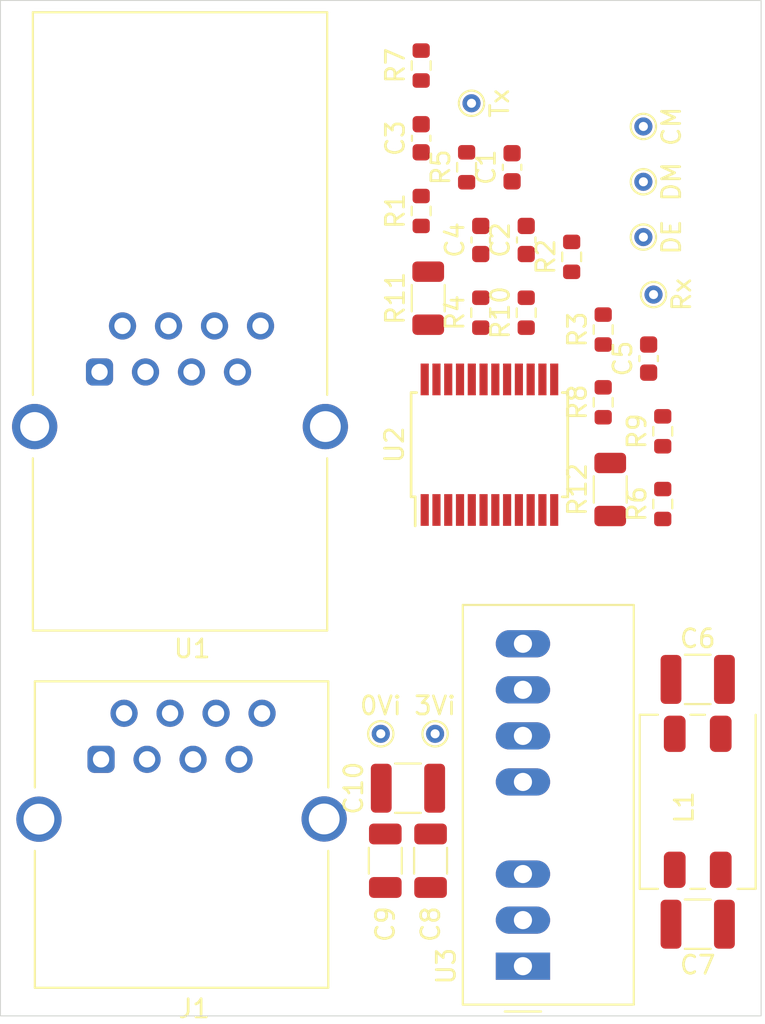
<source format=kicad_pcb>
(kicad_pcb (version 20211014) (generator pcbnew)
  (title_block (title "OWE005980 SkyTrack 2 Camera Module PCB") (date "2022-05-05") (rev "A"))
  (layers (0 "F.Cu" signal) (31 "B.Cu" signal) (34 "B.Paste" user) (35 "F.Paste" user) (36 "B.SilkS" user "B.Silkscreen") (37 "F.SilkS" user "F.Silkscreen") (38 "B.Mask" user) (39 "F.Mask" user) (44 "Edge.Cuts" user))
  (net 0 "")
  (net 1 "+3V3iso")
  (net 2 "0Viso")
  (net 4 "Net-(C2-Pad1)")
  (net 5 "Net-(C3-Pad1)")
  (net 6 "Net-(C3-Pad2)")
  (net 7 "Net-(C4-Pad1)")
  (net 8 "Net-(C4-Pad2)")
  (net 9 "Net-(C5-Pad1)")
  (net 10 "ZenOptic_RS485_Tx-")
  (net 11 "ZenOptic_RS485_Tx+")
  (net 12 "ZenOptic_RS232_Tx")
  (net 13 "ZenOptic_CommsMode")
  (net 14 "ZenOptic_RS232_Rx")
  (net 15 "ZenOptic_RS485_Rx-")
  (net 16 "ZenOptic_RS485_Rx+")
  (net 17 "/Serial Comms/RS-485{slash}~{RS-232}")
  (net 18 "RS485{slash}~{RS232}")
  (net 19 "/Serial Comms/HDPLX{slash}~{FDPLX}")
  (net 20 "HalfDuplex{slash}~{FullDuplex}")
  (net 21 "/Serial Comms/DE485{slash}T2IN")
  (net 22 "RS485_DE")
  (net 23 "/Serial Comms/FAST")
  (net 24 "Earth")
  (net 25 "ZenOptic_Rx")
  (net 26 "ZenOptic_Tx")
  (net 30 "0V")
  (net 31 "+24V")
  (net 32 "Net-(C7-Pad1)")
  (net 33 "Net-(C7-Pad2)")
  (footprint "Resistor_SMD:R_0603_1608Metric" (layer "F.Cu") (at 243.78 125.15 90)
    (fp_text reference "R3" (at 0 -1.43 90) (layer "F.SilkS"))
    (fp_text value "0R")
    (fp_line (start -0.237258 -0.5225) (end 0.237258 -0.5225) (layer "F.SilkS") (width 0.12))
    (fp_line (start -0.237258 0.5225) (end 0.237258 0.5225) (layer "F.SilkS") (width 0.12))
    (pad "1" smd roundrect (at -0.825 0 90) (size 0.8 0.95) (layers "F.Cu" "F.Paste" "F.Mask") (net 19 "/Serial Comms/HDPLX{slash}~{FDPLX}"))
    (pad "2" smd roundrect (at 0.825 0 90) (size 0.8 0.95) (layers "F.Cu" "F.Paste" "F.Mask") (net 20 "HalfDuplex{slash}~{FullDuplex}"))
  )
  (footprint "OWE-Modules:Lantronix_XPort_Edge" (layer "F.Cu") (at 220.415 124.7)
    (fp_text reference "U1" (at 0.6725 18.05) (layer "F.SilkS"))
    (fp_text value "Lantronix_Xport_Edge")
    (fp_line (start 8.125 -17.05) (end -8.125 -17.05) (layer "F.SilkS") (width 0.12))
    (fp_line (start -8.125 -17.05) (end -8.125 4.05) (layer "F.SilkS") (width 0.12))
    (fp_line (start 8.125 17.05) (end -8.125 17.05) (layer "F.SilkS") (width 0.12))
    (fp_line (start 8.125 7.55) (end 8.125 17.05) (layer "F.SilkS") (width 0.12))
    (fp_line (start -8.125 7.55) (end -8.125 17.05) (layer "F.SilkS") (width 0.12))
    (fp_line (start 8.125 -17.05) (end 8.125 4.05) (layer "F.SilkS") (width 0.12))
    (pad "" np_thru_hole circle (at 6.155 -6.1) (size 3.25 3.25) (drill 3.25) (layers F&B.Cu *.Mask))
    (pad "" np_thru_hole circle (at -6.145 -6.1) (size 3.25 3.25) (drill 3.25) (layers F&B.Cu *.Mask))
    (pad "1" thru_hole roundrect (at -4.445 2.79) (size 1.5 1.5) (drill 0.9) (layers *.Cu *.Mask) (net 2 "0Viso"))
    (pad "2" thru_hole circle (at -3.175 0.25) (size 1.5 1.5) (drill 0.9) (layers *.Cu *.Mask) (net 1 "+3V3iso"))
    (pad "3" thru_hole circle (at -1.905 2.79) (size 1.5 1.5) (drill 0.9) (layers *.Cu *.Mask))
    (pad "4" thru_hole circle (at -0.635 0.25) (size 1.5 1.5) (drill 0.9) (layers *.Cu *.Mask) (net 26 "ZenOptic_Tx"))
    (pad "5" thru_hole circle (at 0.635 2.79) (size 1.5 1.5) (drill 0.9) (layers *.Cu *.Mask) (net 25 "ZenOptic_Rx"))
    (pad "6" thru_hole circle (at 1.905 0.25) (size 1.5 1.5) (drill 0.9) (layers *.Cu *.Mask) (net 18 "RS485{slash}~{RS232}"))
    (pad "7" thru_hole circle (at 3.175 2.79) (size 1.5 1.5) (drill 0.9) (layers *.Cu *.Mask) (net 20 "HalfDuplex{slash}~{FullDuplex}"))
    (pad "8" thru_hole circle (at 4.445 0.25) (size 1.5 1.5) (drill 0.9) (layers *.Cu *.Mask) (net 22 "RS485_DE"))
    (pad "SH" thru_hole circle (at -8.025 5.8) (size 2.5 2.5) (drill 1.6) (layers *.Cu *.Mask) (net 24 "Earth"))
    (pad "SH" thru_hole circle (at 8.025 5.8) (size 2.5 2.5) (drill 1.7) (layers *.Cu *.Mask) (net 24 "Earth"))
  )
  (footprint "Resistor_SMD:R_0603_1608Metric" (layer "F.Cu") (at 239.53 124.22 90)
    (fp_text reference "R10" (at 0 -1.43 90) (layer "F.SilkS"))
    (fp_text value "DNF")
    (fp_line (start -0.237258 0.5225) (end 0.237258 0.5225) (layer "F.SilkS") (width 0.12))
    (fp_line (start -0.237258 -0.5225) (end 0.237258 -0.5225) (layer "F.SilkS") (width 0.12))
    (pad "1" smd roundrect (at -0.825 0 90) (size 0.8 0.95) (layers "F.Cu" "F.Paste" "F.Mask") (net 23 "/Serial Comms/FAST"))
    (pad "2" smd roundrect (at 0.825 0 90) (size 0.8 0.95) (layers "F.Cu" "F.Paste" "F.Mask") (net 2 "0Viso"))
  )
  (footprint "OWE-Inductors:Filter_Bourns_SRF0905_6.0x9.2mm" (layer "F.Cu") (at 249 151.1925 -90)
    (fp_text reference "L1" (at 0.3075 0.75 -270) (layer "F.SilkS"))
    (fp_text value "SRF0905-102Y")
    (fp_line (start 4.8 -3.2) (end -4.8 -3.2) (layer "F.SilkS") (width 0.12))
    (fp_line (start -4.8 -0.4) (end -4.8 0.4) (layer "F.SilkS") (width 0.12))
    (fp_line (start 4.8 3.2) (end 4.8 2.2) (layer "F.SilkS") (width 0.12))
    (fp_line (start -4.8 3.2) (end 4.8 3.2) (layer "F.SilkS") (width 0.12))
    (fp_line (start 4.8 -0.4) (end 4.8 0.4) (layer "F.SilkS") (width 0.12))
    (fp_line (start 4.8 -2.2) (end 4.8 -3.2) (layer "F.SilkS") (width 0.12))
    (fp_line (start -4.8 2.2) (end -4.8 3.2) (layer "F.SilkS") (width 0.12))
    (pad "1" smd roundrect locked (at -3.75 -1.27 270) (size 2 1.2) (layers "F.Cu" "F.Paste" "F.Mask") (net 30 "0V"))
    (pad "2" smd roundrect locked (at -3.75 1.27 270) (size 2 1.2) (layers "F.Cu" "F.Paste" "F.Mask") (net 31 "+24V"))
    (pad "3" smd roundrect locked (at 3.75 1.27 270) (size 2 1.2) (layers "F.Cu" "F.Paste" "F.Mask") (net 33 "Net-(C7-Pad2)"))
    (pad "4" smd roundrect locked (at 3.75 -1.27 270) (size 2 1.2) (layers "F.Cu" "F.Paste" "F.Mask") (net 32 "Net-(C7-Pad1)"))
  )
  (footprint "Resistor_SMD:R_0603_1608Metric" (layer "F.Cu") (at 233.73 118.61 90)
    (fp_text reference "R1" (at 0 -1.43 90) (layer "F.SilkS"))
    (fp_text value "DNF")
    (fp_line (start -0.237258 -0.5225) (end 0.237258 -0.5225) (layer "F.SilkS") (width 0.12))
    (fp_line (start -0.237258 0.5225) (end 0.237258 0.5225) (layer "F.SilkS") (width 0.12))
    (pad "1" smd roundrect (at -0.825 0 90) (size 0.8 0.95) (layers "F.Cu" "F.Paste" "F.Mask") (net 13 "ZenOptic_CommsMode"))
    (pad "2" smd roundrect (at 0.825 0 90) (size 0.8 0.95) (layers "F.Cu" "F.Paste" "F.Mask") (net 17 "/Serial Comms/RS-485{slash}~{RS-232}"))
  )
  (footprint "Capacitor_SMD:C_0603_1608Metric" (layer "F.Cu") (at 238.75 116.2 90)
    (fp_text reference "C1" (at 0 -1.43 90) (layer "F.SilkS"))
    (fp_text value "100nF")
    (fp_line (start -0.14058 0.51) (end 0.14058 0.51) (layer "F.SilkS") (width 0.12))
    (fp_line (start -0.14058 -0.51) (end 0.14058 -0.51) (layer "F.SilkS") (width 0.12))
    (pad "1" smd roundrect (at -0.775 0 90) (size 0.9 0.95) (layers "F.Cu" "F.Paste" "F.Mask") (net 1 "+3V3iso"))
    (pad "2" smd roundrect (at 0.775 0 90) (size 0.9 0.95) (layers "F.Cu" "F.Paste" "F.Mask") (net 2 "0Viso"))
  )
  (footprint "TestPoint:TestPoint_THTPad_D1.0mm_Drill0.5mm" (layer "F.Cu") (at 231.5 147.4425 180)
    (fp_text reference "TP7" hide)
    (fp_text value "0Vi" (at 0 1.55) (layer "F.SilkS"))
    (fp_circle (center 0 0) (end 0 0.7) (layer "F.SilkS") (width 0.12) (fill none))
    (pad "1" thru_hole circle (at 0 0 180) (size 1 1) (drill 0.5) (layers *.Cu *.Mask) (net 2 "0Viso"))
  )
  (footprint "Capacitor_SMD:C_0603_1608Metric" (layer "F.Cu") (at 237.02 120.21 90)
    (fp_text reference "C4" (at 0 -1.43 90) (layer "F.SilkS"))
    (fp_text value "470nF")
    (fp_line (start -0.14058 -0.51) (end 0.14058 -0.51) (layer "F.SilkS") (width 0.12))
    (fp_line (start -0.14058 0.51) (end 0.14058 0.51) (layer "F.SilkS") (width 0.12))
    (pad "1" smd roundrect (at -0.775 0 90) (size 0.9 0.95) (layers "F.Cu" "F.Paste" "F.Mask") (net 7 "Net-(C4-Pad1)"))
    (pad "2" smd roundrect (at 0.775 0 90) (size 0.9 0.95) (layers "F.Cu" "F.Paste" "F.Mask") (net 8 "Net-(C4-Pad2)"))
  )
  (footprint "Capacitor_SMD:C_1210_3225Metric" (layer "F.Cu") (at 249 144.4425 180)
    (fp_text reference "C6" (at 0 2.25) (layer "F.SilkS"))
    (fp_text value "10uF 50V")
    (fp_line (start -0.711252 -1.36) (end 0.711252 -1.36) (layer "F.SilkS") (width 0.12))
    (fp_line (start -0.711252 1.36) (end 0.711252 1.36) (layer "F.SilkS") (width 0.12))
    (pad "1" smd roundrect (at -1.475 0 180) (size 1.15 2.7) (layers "F.Cu" "F.Paste" "F.Mask") (roundrect_rratio 0.217391) (net 30 "0V"))
    (pad "2" smd roundrect (at 1.475 0 180) (size 1.15 2.7) (layers "F.Cu" "F.Paste" "F.Mask") (roundrect_rratio 0.217391) (net 31 "+24V"))
  )
  (footprint "Converter_DCDC:Converter_DCDC_TRACO_TMR-xxxx_THT" (layer "F.Cu") (at 239.35 160.2575 90)
    (fp_text reference "U3" (at 0 -4.24 90) (layer "F.SilkS"))
    (fp_text value "PQQ6W-Q24-S3-S")
    (fp_line (start 19.92 -3.32) (end 19.92 6.12) (layer "F.SilkS") (width 0.12))
    (fp_line (start -2.12 6.12) (end -2.12 -3.32) (layer "F.SilkS") (width 0.12))
    (fp_line (start -2.12 -3.32) (end 19.92 -3.32) (layer "F.SilkS") (width 0.12))
    (fp_line (start 19.92 6.12) (end -2.12 6.12) (layer "F.SilkS") (width 0.12))
    (fp_line (start -2.5 -1) (end -2.5 1) (layer "F.SilkS") (width 0.12))
    (pad "1" thru_hole rect (at 0 0 90) (size 1.5 3) (drill 1) (layers *.Cu *.Mask) (net 32 "Net-(C7-Pad1)"))
    (pad "2" thru_hole oval (at 2.54 0 90) (size 1.5 3) (drill 1) (layers *.Cu *.Mask) (net 33 "Net-(C7-Pad2)"))
    (pad "3" thru_hole oval (at 5.08 0 90) (size 1.5 3) (drill 1) (layers *.Cu *.Mask))
    (pad "5" thru_hole oval (at 10.16 0 90) (size 1.5 3) (drill 1) (layers *.Cu *.Mask))
    (pad "6" thru_hole oval (at 12.7 0 90) (size 1.5 3) (drill 1) (layers *.Cu *.Mask) (net 1 "+3V3iso"))
    (pad "7" thru_hole oval (at 15.24 0 90) (size 1.5 3) (drill 1) (layers *.Cu *.Mask) (net 2 "0Viso"))
    (pad "8" thru_hole oval (at 17.78 0 90) (size 1.5 3) (drill 1) (layers *.Cu *.Mask))
  )
  (footprint "Resistor_SMD:R_0603_1608Metric" (layer "F.Cu") (at 243.78 129.16 90)
    (fp_text reference "R8" (at 0 -1.43 90) (layer "F.SilkS"))
    (fp_text value "10k")
    (fp_line (start -0.237258 0.5225) (end 0.237258 0.5225) (layer "F.SilkS") (width 0.12))
    (fp_line (start -0.237258 -0.5225) (end 0.237258 -0.5225) (layer "F.SilkS") (width 0.12))
    (pad "1" smd roundrect (at -0.825 0 90) (size 0.8 0.95) (layers "F.Cu" "F.Paste" "F.Mask") (net 1 "+3V3iso"))
    (pad "2" smd roundrect (at 0.825 0 90) (size 0.8 0.95) (layers "F.Cu" "F.Paste" "F.Mask") (net 21 "/Serial Comms/DE485{slash}T2IN"))
  )
  (footprint "Resistor_SMD:R_0603_1608Metric" (layer "F.Cu") (at 247.07 130.76 90)
    (fp_text reference "R9" (at 0 -1.43 90) (layer "F.SilkS"))
    (fp_text value "0R")
    (fp_line (start -0.237258 0.5225) (end 0.237258 0.5225) (layer "F.SilkS") (width 0.12))
    (fp_line (start -0.237258 -0.5225) (end 0.237258 -0.5225) (layer "F.SilkS") (width 0.12))
    (pad "1" smd roundrect (at -0.825 0 90) (size 0.8 0.95) (layers "F.Cu" "F.Paste" "F.Mask") (net 1 "+3V3iso"))
    (pad "2" smd roundrect (at 0.825 0 90) (size 0.8 0.95) (layers "F.Cu" "F.Paste" "F.Mask") (net 23 "/Serial Comms/FAST"))
  )
  (footprint "Resistor_SMD:R_1206_3216Metric" (layer "F.Cu") (at 244.17 133.97 90)
    (fp_text reference "R12" (at 0 -1.82 90) (layer "F.SilkS"))
    (fp_text value "DNF")
    (fp_line (start -0.727064 -0.91) (end 0.727064 -0.91) (layer "F.SilkS") (width 0.12))
    (fp_line (start -0.727064 0.91) (end 0.727064 0.91) (layer "F.SilkS") (width 0.12))
    (pad "1" smd roundrect (at -1.4625 0 90) (size 1.125 1.75) (layers "F.Cu" "F.Paste" "F.Mask") (roundrect_rratio 0.222222) (net 10 "ZenOptic_RS485_Tx-"))
    (pad "2" smd roundrect (at 1.4625 0 90) (size 1.125 1.75) (layers "F.Cu" "F.Paste" "F.Mask") (roundrect_rratio 0.222222) (net 11 "ZenOptic_RS485_Tx+"))
  )
  (footprint "Capacitor_SMD:C_1210_3225Metric" (layer "F.Cu") (at 233 150.4425)
    (fp_text reference "C10" (at -3 0 90) (layer "F.SilkS"))
    (fp_text value "22uF")
    (fp_line (start -0.711252 1.36) (end 0.711252 1.36) (layer "F.SilkS") (width 0.12))
    (fp_line (start -0.711252 -1.36) (end 0.711252 -1.36) (layer "F.SilkS") (width 0.12))
    (pad "1" smd roundrect (at -1.475 0) (size 1.15 2.7) (layers "F.Cu" "F.Paste" "F.Mask") (roundrect_rratio 0.217391) (net 2 "0Viso"))
    (pad "2" smd roundrect (at 1.475 0) (size 1.15 2.7) (layers "F.Cu" "F.Paste" "F.Mask") (roundrect_rratio 0.217391) (net 1 "+3V3iso"))
  )
  (footprint "Resistor_SMD:R_0603_1608Metric" (layer "F.Cu") (at 236.24 116.2 90)
    (fp_text reference "R5" (at 0 -1.43 90) (layer "F.SilkS"))
    (fp_text value "10k")
    (fp_line (start -0.237258 0.5225) (end 0.237258 0.5225) (layer "F.SilkS") (width 0.12))
    (fp_line (start -0.237258 -0.5225) (end 0.237258 -0.5225) (layer "F.SilkS") (width 0.12))
    (pad "1" smd roundrect (at -0.825 0 90) (size 0.8 0.95) (layers "F.Cu" "F.Paste" "F.Mask") (net 1 "+3V3iso"))
    (pad "2" smd roundrect (at 0.825 0 90) (size 0.8 0.95) (layers "F.Cu" "F.Paste" "F.Mask") (net 17 "/Serial Comms/RS-485{slash}~{RS-232}"))
  )
  (footprint "Capacitor_SMD:C_1206_3216Metric" (layer "F.Cu") (at 231.75 154.4425 90)
    (fp_text reference "C9" (at -3.5 0 90) (layer "F.SilkS"))
    (fp_text value "1nF 2kV")
    (fp_line (start -0.711252 -0.91) (end 0.711252 -0.91) (layer "F.SilkS") (width 0.12))
    (fp_line (start -0.711252 0.91) (end 0.711252 0.91) (layer "F.SilkS") (width 0.12))
    (pad "1" smd roundrect (at -1.475 0 90) (size 1.15 1.8) (layers "F.Cu" "F.Paste" "F.Mask") (roundrect_rratio 0.217391) (net 32 "Net-(C7-Pad1)"))
    (pad "2" smd roundrect (at 1.475 0 90) (size 1.15 1.8) (layers "F.Cu" "F.Paste" "F.Mask") (roundrect_rratio 0.217391) (net 2 "0Viso"))
  )
  (footprint "Capacitor_SMD:C_0603_1608Metric" (layer "F.Cu") (at 233.73 114.6 90)
    (fp_text reference "C3" (at 0 -1.43 90) (layer "F.SilkS"))
    (fp_text value "100nF")
    (fp_line (start -0.14058 -0.51) (end 0.14058 -0.51) (layer "F.SilkS") (width 0.12))
    (fp_line (start -0.14058 0.51) (end 0.14058 0.51) (layer "F.SilkS") (width 0.12))
    (pad "1" smd roundrect (at -0.775 0 90) (size 0.9 0.95) (layers "F.Cu" "F.Paste" "F.Mask") (net 5 "Net-(C3-Pad1)"))
    (pad "2" smd roundrect (at 0.775 0 90) (size 0.9 0.95) (layers "F.Cu" "F.Paste" "F.Mask") (net 6 "Net-(C3-Pad2)"))
  )
  (footprint "Capacitor_SMD:C_1210_3225Metric" (layer "F.Cu") (at 249 157.9425 180)
    (fp_text reference "C7" (at 0 -2.25) (layer "F.SilkS"))
    (fp_text value "10uF 50V")
    (fp_line (start -0.711252 1.36) (end 0.711252 1.36) (layer "F.SilkS") (width 0.12))
    (fp_line (start -0.711252 -1.36) (end 0.711252 -1.36) (layer "F.SilkS") (width 0.12))
    (pad "1" smd roundrect (at -1.475 0 180) (size 1.15 2.7) (layers "F.Cu" "F.Paste" "F.Mask") (roundrect_rratio 0.217391) (net 32 "Net-(C7-Pad1)"))
    (pad "2" smd roundrect (at 1.475 0 180) (size 1.15 2.7) (layers "F.Cu" "F.Paste" "F.Mask") (roundrect_rratio 0.217391) (net 33 "Net-(C7-Pad2)"))
  )
  (footprint "TestPoint:TestPoint_THTPad_D1.0mm_Drill0.5mm" (layer "F.Cu") (at 246 117 90)
    (fp_text reference "TP4" hide)
    (fp_text value "DM" (at 0 1.55 90) (layer "F.SilkS"))
    (fp_circle (center 0 0) (end 0 0.7) (layer "F.SilkS") (width 0.12) (fill none))
    (pad "1" thru_hole circle (at 0 0 90) (size 1 1) (drill 0.5) (layers *.Cu *.Mask) (net 19 "/Serial Comms/HDPLX{slash}~{FDPLX}"))
  )
  (footprint "TestPoint:TestPoint_THTPad_D1.0mm_Drill0.5mm" (layer "F.Cu") (at 246.56 123.22 90)
    (fp_text reference "TP1" hide)
    (fp_text value "Rx" (at 0 1.55 90) (layer "F.SilkS"))
    (fp_circle (center 0 0) (end 0 0.7) (layer "F.SilkS") (width 0.12) (fill none))
    (pad "1" thru_hole circle (at 0 0 90) (size 1 1) (drill 0.5) (layers *.Cu *.Mask) (net 25 "ZenOptic_Rx"))
  )
  (footprint "OWE-Connectors:RJ45_WE_615008160421" (layer "F.Cu") (at 216.055 148.85)
    (fp_text reference "J1" (at 5.1425 13.75) (layer "F.SilkS"))
    (fp_text value "WE_615008160421")
    (fp_line (start 12.545 -4.3) (end -3.655 -4.3) (layer "F.SilkS") (width 0.12))
    (fp_line (start 12.545 5.05) (end 12.545 12.6) (layer "F.SilkS") (width 0.12))
    (fp_line (start 12.545 -4.3) (end 12.545 1.55) (layer "F.SilkS") (width 0.12))
    (fp_line (start -3.655 5.05) (end -3.655 12.6) (layer "F.SilkS") (width 0.12))
    (fp_line (start -3.655 -4.3) (end -3.655 1.55) (layer "F.SilkS") (width 0.12))
    (fp_line (start 12.545 12.6) (end -3.655 12.6) (layer "F.SilkS") (width 0.12))
    (pad "" np_thru_hole circle locked (at -1.2675 6.35) (size 3.25 3.25) (drill 3.25) (layers *.Cu *.Mask))
    (pad "" np_thru_hole circle locked (at 10.1625 6.35) (size 3.25 3.25) (drill 3.25) (layers *.Cu *.Mask))
    (pad "1" thru_hole roundrect locked (at 0 0) (size 1.5 1.5) (drill 0.9) (layers *.Cu *.Mask) (net 16 "ZenOptic_RS485_Rx+"))
    (pad "2" thru_hole circle locked (at 1.27 -2.54) (size 1.5 1.5) (drill 0.9) (layers *.Cu *.Mask) (net 15 "ZenOptic_RS485_Rx-"))
    (pad "3" thru_hole circle locked (at 2.54 0) (size 1.5 1.5) (drill 0.9) (layers *.Cu *.Mask) (net 14 "ZenOptic_RS232_Rx"))
    (pad "4" thru_hole circle locked (at 3.81 -2.54) (size 1.5 1.5) (drill 0.9) (layers *.Cu *.Mask) (net 2 "0Viso"))
    (pad "5" thru_hole circle locked (at 5.08 0) (size 1.5 1.5) (drill 0.9) (layers *.Cu *.Mask) (net 13 "ZenOptic_CommsMode"))
    (pad "6" thru_hole circle locked (at 6.35 -2.54) (size 1.5 1.5) (drill 0.9) (layers *.Cu *.Mask) (net 12 "ZenOptic_RS232_Tx"))
    (pad "7" thru_hole circle locked (at 7.62 0) (size 1.5 1.5) (drill 0.9) (layers *.Cu *.Mask) (net 11 "ZenOptic_RS485_Tx+"))
    (pad "8" thru_hole circle locked (at 8.89 -2.54) (size 1.5 1.5) (drill 0.9) (layers *.Cu *.Mask) (net 10 "ZenOptic_RS485_Tx-"))
    (pad "SH" thru_hole circle locked (at 12.32 3.29) (size 2.5 2.5) (drill 1.7) (layers *.Cu *.Mask) (net 24 "Earth"))
    (pad "SH" thru_hole circle locked (at -3.43 3.3) (size 2.5 2.5) (drill 1.7) (layers *.Cu *.Mask) (net 24 "Earth"))
  )
  (footprint "Resistor_SMD:R_0603_1608Metric" (layer "F.Cu") (at 233.73 110.59 90)
    (fp_text reference "R7" (at 0 -1.43 90) (layer "F.SilkS"))
    (fp_text value "DNF")
    (fp_line (start -0.237258 -0.5225) (end 0.237258 -0.5225) (layer "F.SilkS") (width 0.12))
    (fp_line (start -0.237258 0.5225) (end 0.237258 0.5225) (layer "F.SilkS") (width 0.12))
    (pad "1" smd roundrect (at -0.825 0 90) (size 0.8 0.95) (layers "F.Cu" "F.Paste" "F.Mask") (net 19 "/Serial Comms/HDPLX{slash}~{FDPLX}"))
    (pad "2" smd roundrect (at 0.825 0 90) (size 0.8 0.95) (layers "F.Cu" "F.Paste" "F.Mask") (net 2 "0Viso"))
  )
  (footprint "TestPoint:TestPoint_THTPad_D1.0mm_Drill0.5mm" (layer "F.Cu") (at 234.5 147.4425 180)
    (fp_text reference "TP6" hide)
    (fp_text value "3Vi" (at 0 1.55) (layer "F.SilkS"))
    (fp_circle (center 0 0) (end 0 0.7) (layer "F.SilkS") (width 0.12) (fill none))
    (pad "1" thru_hole circle (at 0 0 180) (size 1 1) (drill 0.5) (layers *.Cu *.Mask) (net 1 "+3V3iso"))
  )
  (footprint "Resistor_SMD:R_0603_1608Metric" (layer "F.Cu") (at 242.04 121.14 90)
    (fp_text reference "R2" (at 0 -1.43 90) (layer "F.SilkS"))
    (fp_text value "0R")
    (fp_line (start -0.237258 0.5225) (end 0.237258 0.5225) (layer "F.SilkS") (width 0.12))
    (fp_line (start -0.237258 -0.5225) (end 0.237258 -0.5225) (layer "F.SilkS") (width 0.12))
    (pad "1" smd roundrect (at -0.825 0 90) (size 0.8 0.95) (layers "F.Cu" "F.Paste" "F.Mask") (net 17 "/Serial Comms/RS-485{slash}~{RS-232}"))
    (pad "2" smd roundrect (at 0.825 0 90) (size 0.8 0.95) (layers "F.Cu" "F.Paste" "F.Mask") (net 18 "RS485{slash}~{RS232}"))
  )
  (footprint "TestPoint:TestPoint_THTPad_D1.0mm_Drill0.5mm" (layer "F.Cu") (at 246 120.05 90)
    (fp_text reference "TP5" hide)
    (fp_text value "DE" (at 0 1.55 90) (layer "F.SilkS"))
    (fp_circle (center 0 0) (end 0 0.7) (layer "F.SilkS") (width 0.12) (fill none))
    (pad "1" thru_hole circle (at 0 0 90) (size 1 1) (drill 0.5) (layers *.Cu *.Mask) (net 21 "/Serial Comms/DE485{slash}T2IN"))
  )
  (footprint "Resistor_SMD:R_1206_3216Metric" (layer "F.Cu") (at 234.12 123.42 90)
    (fp_text reference "R11" (at 0 -1.82 90) (layer "F.SilkS"))
    (fp_text value "DNF")
    (fp_line (start -0.727064 0.91) (end 0.727064 0.91) (layer "F.SilkS") (width 0.12))
    (fp_line (start -0.727064 -0.91) (end 0.727064 -0.91) (layer "F.SilkS") (width 0.12))
    (pad "1" smd roundrect (at -1.4625 0 90) (size 1.125 1.75) (layers "F.Cu" "F.Paste" "F.Mask") (roundrect_rratio 0.222222) (net 15 "ZenOptic_RS485_Rx-"))
    (pad "2" smd roundrect (at 1.4625 0 90) (size 1.125 1.75) (layers "F.Cu" "F.Paste" "F.Mask") (roundrect_rratio 0.222222) (net 16 "ZenOptic_RS485_Rx+"))
  )
  (footprint "TestPoint:TestPoint_THTPad_D1.0mm_Drill0.5mm" (layer "F.Cu") (at 236.51 112.67 90)
    (fp_text reference "TP2" hide)
    (fp_text value "Tx" (at 0 1.55 90) (layer "F.SilkS"))
    (fp_circle (center 0 0) (end 0 0.7) (layer "F.SilkS") (width 0.12) (fill none))
    (pad "1" thru_hole circle (at 0 0 90) (size 1 1) (drill 0.5) (layers *.Cu *.Mask) (net 26 "ZenOptic_Tx"))
  )
  (footprint "Capacitor_SMD:C_0603_1608Metric" (layer "F.Cu") (at 239.53 120.21 90)
    (fp_text reference "C2" (at 0 -1.43 90) (layer "F.SilkS"))
    (fp_text value "470nF")
    (fp_line (start -0.14058 -0.51) (end 0.14058 -0.51) (layer "F.SilkS") (width 0.12))
    (fp_line (start -0.14058 0.51) (end 0.14058 0.51) (layer "F.SilkS") (width 0.12))
    (pad "1" smd roundrect (at -0.775 0 90) (size 0.9 0.95) (layers "F.Cu" "F.Paste" "F.Mask") (net 4 "Net-(C2-Pad1)"))
    (pad "2" smd roundrect (at 0.775 0 90) (size 0.9 0.95) (layers "F.Cu" "F.Paste" "F.Mask") (net 2 "0Viso"))
  )
  (footprint "Capacitor_SMD:C_1206_3216Metric" (layer "F.Cu") (at 234.25 154.4425 90)
    (fp_text reference "C8" (at -3.5 0 90) (layer "F.SilkS"))
    (fp_text value "1nF 2kV")
    (fp_line (start -0.711252 0.91) (end 0.711252 0.91) (layer "F.SilkS") (width 0.12))
    (fp_line (start -0.711252 -0.91) (end 0.711252 -0.91) (layer "F.SilkS") (width 0.12))
    (pad "1" smd roundrect (at -1.475 0 90) (size 1.15 1.8) (layers "F.Cu" "F.Paste" "F.Mask") (roundrect_rratio 0.217391) (net 33 "Net-(C7-Pad2)"))
    (pad "2" smd roundrect (at 1.475 0 90) (size 1.15 1.8) (layers "F.Cu" "F.Paste" "F.Mask") (roundrect_rratio 0.217391) (net 1 "+3V3iso"))
  )
  (footprint "TestPoint:TestPoint_THTPad_D1.0mm_Drill0.5mm" (layer "F.Cu") (at 246 113.95 90)
    (fp_text reference "TP3" hide)
    (fp_text value "CM" (at 0 1.55 90) (layer "F.SilkS"))
    (fp_circle (center 0 0) (end 0 0.7) (layer "F.SilkS") (width 0.12) (fill none))
    (pad "1" thru_hole circle (at 0 0 90) (size 1 1) (drill 0.5) (layers *.Cu *.Mask) (net 17 "/Serial Comms/RS-485{slash}~{RS-232}"))
  )
  (footprint "Capacitor_SMD:C_0603_1608Metric" (layer "F.Cu") (at 246.29 126.75 90)
    (fp_text reference "C5" (at 0 -1.43 90) (layer "F.SilkS"))
    (fp_text value "470nF")
    (fp_line (start -0.14058 0.51) (end 0.14058 0.51) (layer "F.SilkS") (width 0.12))
    (fp_line (start -0.14058 -0.51) (end 0.14058 -0.51) (layer "F.SilkS") (width 0.12))
    (pad "1" smd roundrect (at -0.775 0 90) (size 0.9 0.95) (layers "F.Cu" "F.Paste" "F.Mask") (net 9 "Net-(C5-Pad1)"))
    (pad "2" smd roundrect (at 0.775 0 90) (size 0.9 0.95) (layers "F.Cu" "F.Paste" "F.Mask") (net 2 "0Viso"))
  )
  (footprint "Resistor_SMD:R_0603_1608Metric" (layer "F.Cu") (at 247.07 134.77 90)
    (fp_text reference "R6" (at 0 -1.43 90) (layer "F.SilkS"))
    (fp_text value "DNF")
    (fp_line (start -0.237258 -0.5225) (end 0.237258 -0.5225) (layer "F.SilkS") (width 0.12))
    (fp_line (start -0.237258 0.5225) (end 0.237258 0.5225) (layer "F.SilkS") (width 0.12))
    (pad "1" smd roundrect (at -0.825 0 90) (size 0.8 0.95) (layers "F.Cu" "F.Paste" "F.Mask") (net 17 "/Serial Comms/RS-485{slash}~{RS-232}"))
    (pad "2" smd roundrect (at 0.825 0 90) (size 0.8 0.95) (layers "F.Cu" "F.Paste" "F.Mask") (net 2 "0Viso"))
  )
  (footprint "Package_SO:SSOP-24_5.3x8.2mm_P0.65mm" (layer "F.Cu") (at 237.5 131.5 90)
    (fp_text reference "U2" (at 0 -5.25 90) (layer "F.SilkS"))
    (fp_text value "MAX3161E")
    (fp_line (start -2.875 -4.325) (end 2.875 -4.325) (layer "F.SilkS") (width 0.15))
    (fp_line (start 2.875 -4.325) (end 2.875 -4.025) (layer "F.SilkS") (width 0.15))
    (fp_line (start -2.875 -4.1) (end -4.475 -4.1) (layer "F.SilkS") (width 0.15))
    (fp_line (start -2.875 4.325) (end 2.875 4.325) (layer "F.SilkS") (width 0.15))
    (fp_line (start 2.875 4.325) (end 2.875 4.025) (layer "F.SilkS") (width 0.15))
    (fp_line (start -2.875 -4.325) (end -2.875 -4.1) (layer "F.SilkS") (width 0.15))
    (fp_line (start -2.875 4.325) (end -2.875 4.025) (layer "F.SilkS") (width 0.15))
    (pad "1" smd rect (at -3.6 -3.575 90) (size 1.75 0.45) (layers "F.Cu" "F.Paste" "F.Mask") (net 5 "Net-(C3-Pad1)"))
    (pad "2" smd rect (at -3.6 -2.925 90) (size 1.75 0.45) (layers "F.Cu" "F.Paste" "F.Mask") (net 1 "+3V3iso"))
    (pad "3" smd rect (at -3.6 -2.275 90) (size 1.75 0.45) (layers "F.Cu" "F.Paste" "F.Mask") (net 6 "Net-(C3-Pad2)"))
    (pad "4" smd rect (at -3.6 -1.625 90) (size 1.75 0.45) (layers "F.Cu" "F.Paste" "F.Mask") (net 2 "0Viso"))
    (pad "5" smd rect (at -3.6 -0.975 90) (size 1.75 0.45) (layers "F.Cu" "F.Paste" "F.Mask") (net 14 "ZenOptic_RS232_Rx"))
    (pad "6" smd rect (at -3.6 -0.325 90) (size 1.75 0.45) (layers "F.Cu" "F.Paste" "F.Mask") (net 15 "ZenOptic_RS485_Rx-"))
    (pad "7" smd rect (at -3.6 0.325 90) (size 1.75 0.45) (layers "F.Cu" "F.Paste" "F.Mask") (net 16 "ZenOptic_RS485_Rx+"))
    (pad "8" smd rect (at -3.6 0.975 90) (size 1.75 0.45) (layers "F.Cu" "F.Paste" "F.Mask"))
    (pad "9" smd rect (at -3.6 1.625 90) (size 1.75 0.45) (layers "F.Cu" "F.Paste" "F.Mask"))
    (pad "10" smd rect (at -3.6 2.275 90) (size 1.75 0.45) (layers "F.Cu" "F.Paste" "F.Mask") (net 26 "ZenOptic_Tx"))
    (pad "11" smd rect (at -3.6 2.925 90) (size 1.75 0.45) (layers "F.Cu" "F.Paste" "F.Mask") (net 1 "+3V3iso"))
    (pad "12" smd rect (at -3.6 3.575 90) (size 1.75 0.45) (layers "F.Cu" "F.Paste" "F.Mask") (net 23 "/Serial Comms/FAST"))
    (pad "13" smd rect (at 3.6 3.575 90) (size 1.75 0.45) (layers "F.Cu" "F.Paste" "F.Mask") (net 17 "/Serial Comms/RS-485{slash}~{RS-232}"))
    (pad "14" smd rect (at 3.6 2.925 90) (size 1.75 0.45) (layers "F.Cu" "F.Paste" "F.Mask") (net 19 "/Serial Comms/HDPLX{slash}~{FDPLX}"))
    (pad "15" smd rect (at 3.6 2.275 90) (size 1.75 0.45) (layers "F.Cu" "F.Paste" "F.Mask") (net 11 "ZenOptic_RS485_Tx+"))
    (pad "16" smd rect (at 3.6 1.625 90) (size 1.75 0.45) (layers "F.Cu" "F.Paste" "F.Mask") (net 10 "ZenOptic_RS485_Tx-"))
    (pad "17" smd rect (at 3.6 0.975 90) (size 1.75 0.45) (layers "F.Cu" "F.Paste" "F.Mask") (net 12 "ZenOptic_RS232_Tx"))
    (pad "18" smd rect (at 3.6 0.325 90) (size 1.75 0.45) (layers "F.Cu" "F.Paste" "F.Mask"))
    (pad "19" smd rect (at 3.6 -0.325 90) (size 1.75 0.45) (layers "F.Cu" "F.Paste" "F.Mask") (net 21 "/Serial Comms/DE485{slash}T2IN"))
    (pad "20" smd rect (at 3.6 -0.975 90) (size 1.75 0.45) (layers "F.Cu" "F.Paste" "F.Mask") (net 25 "ZenOptic_Rx"))
    (pad "21" smd rect (at 3.6 -1.625 90) (size 1.75 0.45) (layers "F.Cu" "F.Paste" "F.Mask") (net 4 "Net-(C2-Pad1)"))
    (pad "22" smd rect (at 3.6 -2.275 90) (size 1.75 0.45) (layers "F.Cu" "F.Paste" "F.Mask") (net 8 "Net-(C4-Pad2)"))
    (pad "23" smd rect (at 3.6 -2.925 90) (size 1.75 0.45) (layers "F.Cu" "F.Paste" "F.Mask") (net 7 "Net-(C4-Pad1)"))
    (pad "24" smd rect (at 3.6 -3.575 90) (size 1.75 0.45) (layers "F.Cu" "F.Paste" "F.Mask") (net 9 "Net-(C5-Pad1)"))
  )
  (footprint "Resistor_SMD:R_0603_1608Metric" (layer "F.Cu") (at 237.02 124.22 90)
    (fp_text reference "R4" (at 0 -1.43 90) (layer "F.SilkS"))
    (fp_text value "0R")
    (fp_line (start -0.237258 -0.5225) (end 0.237258 -0.5225) (layer "F.SilkS") (width 0.12))
    (fp_line (start -0.237258 0.5225) (end 0.237258 0.5225) (layer "F.SilkS") (width 0.12))
    (pad "1" smd roundrect (at -0.825 0 90) (size 0.8 0.95) (layers "F.Cu" "F.Paste" "F.Mask") (net 21 "/Serial Comms/DE485{slash}T2IN"))
    (pad "2" smd roundrect (at 0.825 0 90) (size 0.8 0.95) (layers "F.Cu" "F.Paste" "F.Mask") (net 22 "RS485_DE"))
  )
  (gr_rect (start 252.5 107) (end 210.5 163) (layer "Edge.Cuts") (width 0.05) (fill none))
)
</source>
